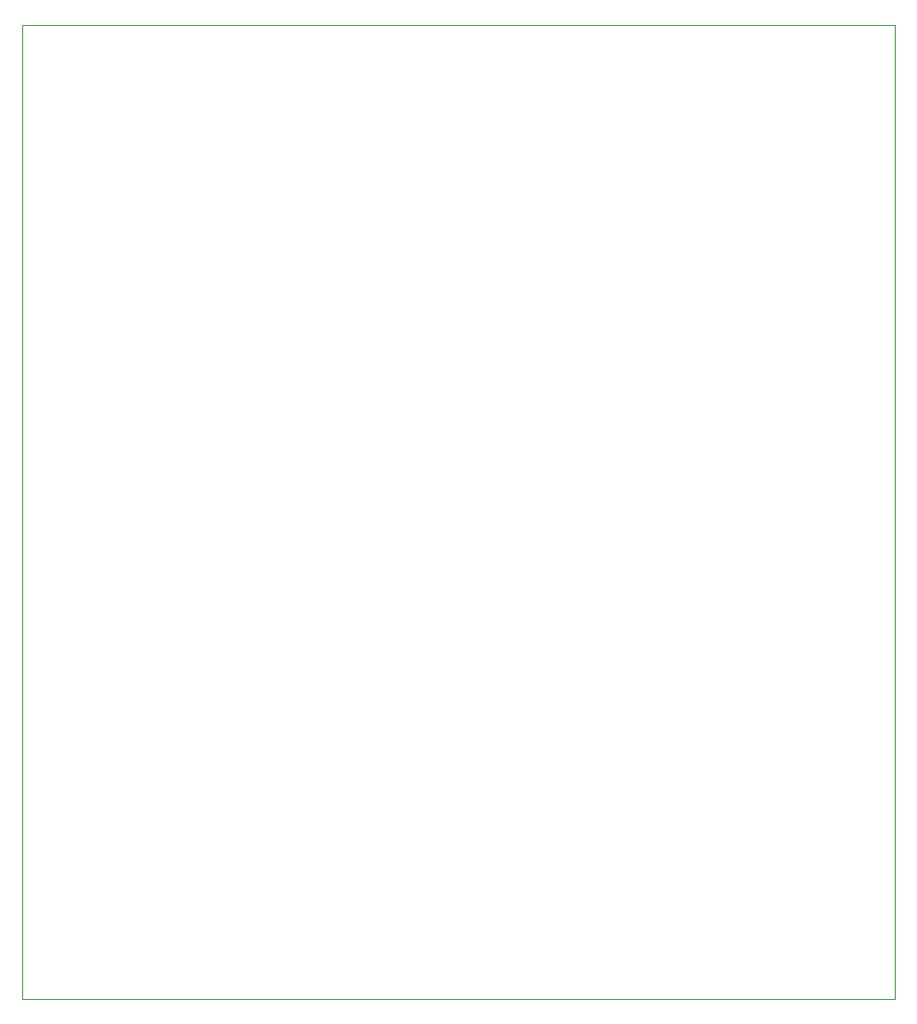
<source format=gbr>
%TF.GenerationSoftware,KiCad,Pcbnew,9.0.0*%
%TF.CreationDate,2025-08-03T03:58:21+03:00*%
%TF.ProjectId,HOT_AIRGUN_EXTRADOPE-rounded,484f545f-4149-4524-9755-4e5f45585452,rev?*%
%TF.SameCoordinates,Original*%
%TF.FileFunction,Profile,NP*%
%FSLAX46Y46*%
G04 Gerber Fmt 4.6, Leading zero omitted, Abs format (unit mm)*
G04 Created by KiCad (PCBNEW 9.0.0) date 2025-08-03 03:58:21*
%MOMM*%
%LPD*%
G01*
G04 APERTURE LIST*
%TA.AperFunction,Profile*%
%ADD10C,0.050000*%
%TD*%
G04 APERTURE END LIST*
D10*
X0Y89191075D02*
X79925000Y89191075D01*
X79925000Y0D01*
X0Y0D01*
X0Y89191075D01*
M02*

</source>
